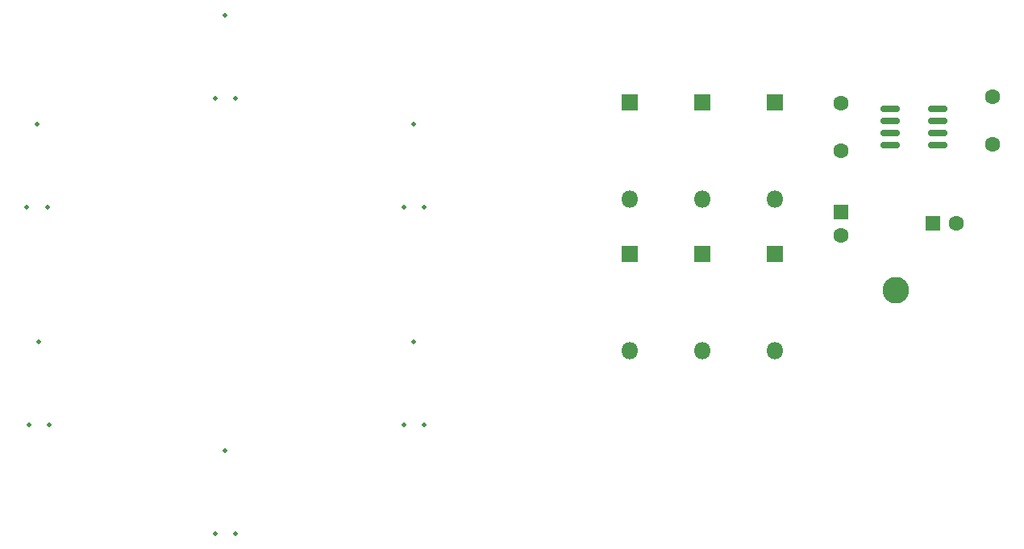
<source format=gbr>
%TF.GenerationSoftware,KiCad,Pcbnew,6.0.6-3a73a75311~116~ubuntu20.04.1*%
%TF.CreationDate,2022-07-28T19:13:06-04:00*%
%TF.ProjectId,pcb_coil_test,7063625f-636f-4696-9c5f-746573742e6b,rev?*%
%TF.SameCoordinates,Original*%
%TF.FileFunction,Soldermask,Top*%
%TF.FilePolarity,Negative*%
%FSLAX46Y46*%
G04 Gerber Fmt 4.6, Leading zero omitted, Abs format (unit mm)*
G04 Created by KiCad (PCBNEW 6.0.6-3a73a75311~116~ubuntu20.04.1) date 2022-07-28 19:13:06*
%MOMM*%
%LPD*%
G01*
G04 APERTURE LIST*
G04 Aperture macros list*
%AMRoundRect*
0 Rectangle with rounded corners*
0 $1 Rounding radius*
0 $2 $3 $4 $5 $6 $7 $8 $9 X,Y pos of 4 corners*
0 Add a 4 corners polygon primitive as box body*
4,1,4,$2,$3,$4,$5,$6,$7,$8,$9,$2,$3,0*
0 Add four circle primitives for the rounded corners*
1,1,$1+$1,$2,$3*
1,1,$1+$1,$4,$5*
1,1,$1+$1,$6,$7*
1,1,$1+$1,$8,$9*
0 Add four rect primitives between the rounded corners*
20,1,$1+$1,$2,$3,$4,$5,0*
20,1,$1+$1,$4,$5,$6,$7,0*
20,1,$1+$1,$6,$7,$8,$9,0*
20,1,$1+$1,$8,$9,$2,$3,0*%
G04 Aperture macros list end*
%ADD10C,2.800000*%
%ADD11R,1.800000X1.800000*%
%ADD12O,1.800000X1.800000*%
%ADD13C,1.600000*%
%ADD14R,1.600000X1.600000*%
%ADD15C,0.508000*%
%ADD16RoundRect,0.150000X0.825000X0.150000X-0.825000X0.150000X-0.825000X-0.150000X0.825000X-0.150000X0*%
G04 APERTURE END LIST*
D10*
%TO.C,TP1*%
X278130000Y-130175000D03*
%TD*%
D11*
%TO.C,D6*%
X265430000Y-126365001D03*
D12*
X265430000Y-136525001D03*
%TD*%
D11*
%TO.C,D5*%
X265430000Y-110490001D03*
D12*
X265430000Y-120650001D03*
%TD*%
D11*
%TO.C,D4*%
X257810000Y-126365000D03*
D12*
X257810000Y-136525000D03*
%TD*%
D11*
%TO.C,D3*%
X257810000Y-110490001D03*
D12*
X257810000Y-120650001D03*
%TD*%
D11*
%TO.C,D2*%
X250190000Y-126365000D03*
D12*
X250190000Y-136525000D03*
%TD*%
%TO.C,D1*%
X250190000Y-120650001D03*
D11*
X250190000Y-110490001D03*
%TD*%
D13*
%TO.C,C4*%
X288290000Y-114895000D03*
X288290000Y-109895000D03*
%TD*%
D14*
%TO.C,C3*%
X282004888Y-123190000D03*
D13*
X284504888Y-123190000D03*
%TD*%
%TO.C,C2*%
X272415000Y-115530000D03*
X272415000Y-110530000D03*
%TD*%
D14*
%TO.C,C1*%
X272415000Y-121984888D03*
D13*
X272415000Y-124484888D03*
%TD*%
D15*
%TO.C,L2*%
X226466400Y-121462800D03*
X228650800Y-121462800D03*
X227533200Y-112776000D03*
%TD*%
D16*
%TO.C,U1*%
X282510000Y-114935000D03*
X282510000Y-113665000D03*
X282510000Y-112395000D03*
X282510000Y-111125000D03*
X277560000Y-111125000D03*
X277560000Y-112395000D03*
X277560000Y-113665000D03*
X277560000Y-114935000D03*
%TD*%
D15*
%TO.C,L6*%
X207721200Y-101346000D03*
X208838800Y-110032800D03*
X206654400Y-110032800D03*
%TD*%
%TO.C,L5*%
X188163200Y-135636000D03*
X189280800Y-144322800D03*
X187096400Y-144322800D03*
%TD*%
%TO.C,L4*%
X227533200Y-135636000D03*
X228650800Y-144322800D03*
X226466400Y-144322800D03*
%TD*%
%TO.C,L3*%
X207721200Y-147066000D03*
X208838800Y-155752800D03*
X206654400Y-155752800D03*
%TD*%
%TO.C,L1*%
X187960000Y-112776000D03*
X189077600Y-121462800D03*
X186893200Y-121462800D03*
%TD*%
M02*

</source>
